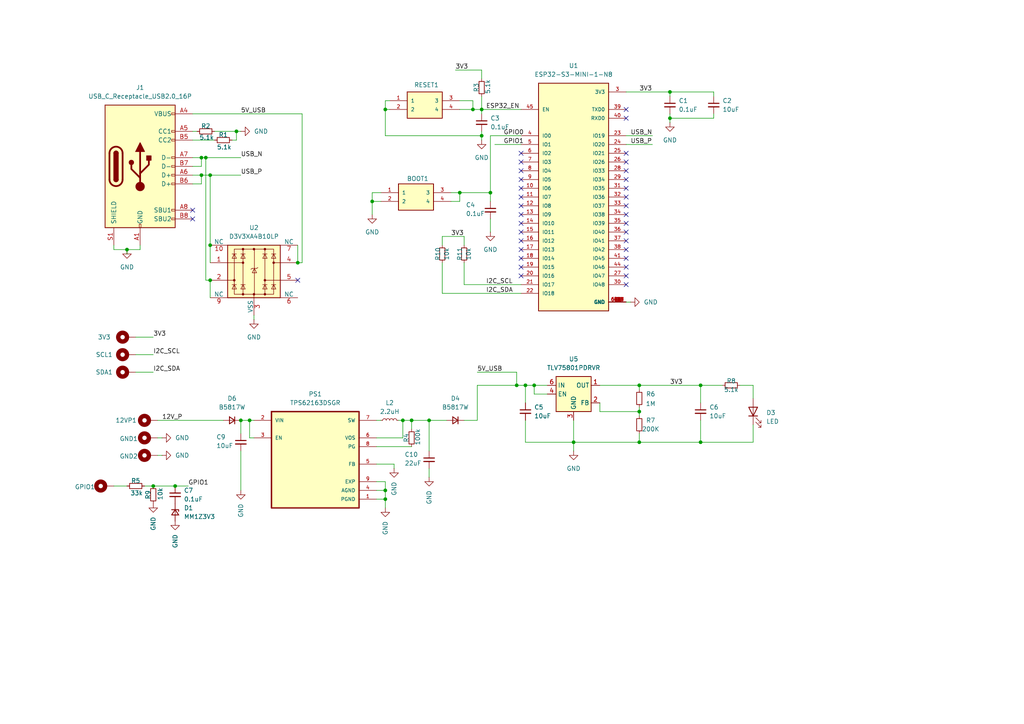
<source format=kicad_sch>
(kicad_sch (version 20231120) (generator "eeschema") (generator_version "8.0")
  (paper "A4")
  (lib_symbols
    (symbol "Connector:USB_C_Receptacle_USB2.0_16P" (pin_names (offset 1.016))
      (property "Reference" "J" (at 0 22.225 0))
      (property "Value" "USB_C_Receptacle_USB2.0_16P" (at 0 19.685 0))
      (symbol "USB_C_Receptacle_USB2.0_16P_1_1"
        (pin passive line (at 0 -22.86 90) (length 5.08) (name "GND") (number "A1"))
        (pin passive line (at 0 -22.86 90) (length 5.08) hide (name "GND") (number "A12"))
        (pin passive line (at 15.24 15.24 180) (length 5.08) (name "VBUS") (number "A4"))
        (pin bidirectional line (at 15.24 10.16 180) (length 5.08) (name "CC1") (number "A5"))
        (pin bidirectional line (at 15.24 -2.54 180) (length 5.08) (name "D+") (number "A6"))
        (pin bidirectional line (at 15.24 2.54 180) (length 5.08) (name "D-") (number "A7"))
        (pin bidirectional line (at 15.24 -12.7 180) (length 5.08) (name "SBU1") (number "A8"))
        (pin passive line (at 15.24 15.24 180) (length 5.08) hide (name "VBUS") (number "A9"))
        (pin passive line (at 0 -22.86 90) (length 5.08) hide (name "GND") (number "B1"))
        (pin passive line (at 0 -22.86 90) (length 5.08) hide (name "GND") (number "B12"))
        (pin passive line (at 15.24 15.24 180) (length 5.08) hide (name "VBUS") (number "B4"))
        (pin bidirectional line (at 15.24 7.62 180) (length 5.08) (name "CC2") (number "B5"))
        (pin bidirectional line (at 15.24 -5.08 180) (length 5.08) (name "D+") (number "B6"))
        (pin bidirectional line (at 15.24 0 180) (length 5.08) (name "D-") (number "B7"))
        (pin bidirectional line (at 15.24 -15.24 180) (length 5.08) (name "SBU2") (number "B8"))
        (pin passive line (at 15.24 15.24 180) (length 5.08) hide (name "VBUS") (number "B9"))
        (pin passive line (at -7.62 -22.86 90) (length 5.08) (name "SHIELD") (number "S1"))
      )
    )
    (symbol "Device:C_Small" (pin_numbers hide) (pin_names (offset 0.254) hide)
      (property "Reference" "C" (at 0.254 1.778 0))
      (property "Value" "C_Small" (at 0.254 -2.032 0))
      (symbol "C_Small_1_1"
        (pin passive line (at 0 2.54 270) (length 2.032) (name "~") (number "1"))
        (pin passive line (at 0 -2.54 90) (length 2.032) (name "~") (number "2"))
      )
    )
    (symbol "Device:D_Small" (pin_numbers hide) (pin_names (offset 0.254) hide)
      (property "Reference" "D" (at -1.27 2.032 0))
      (property "Value" "D_Small" (at -3.81 -2.032 0))
      (symbol "D_Small_1_1"
        (pin passive line (at -2.54 0 0) (length 1.778) (name "K") (number "1"))
        (pin passive line (at 2.54 0 180) (length 1.778) (name "A") (number "2"))
      )
    )
    (symbol "Device:D_Zener_Small" (pin_numbers hide) (pin_names (offset 0.254) hide)
      (property "Reference" "D" (at 0 2.286 0))
      (property "Value" "D_Zener_Small" (at 0 -2.286 0))
      (symbol "D_Zener_Small_1_1"
        (pin passive line (at -2.54 0 0) (length 1.778) (name "K") (number "1"))
        (pin passive line (at 2.54 0 180) (length 1.778) (name "A") (number "2"))
      )
    )
    (symbol "Device:LED" (pin_numbers hide) (pin_names (offset 1.016) hide)
      (property "Reference" "D" (at 0 2.54 0))
      (property "Value" "LED" (at 0 -2.54 0))
      (symbol "LED_1_1"
        (pin passive line (at -3.81 0 0) (length 2.54) (name "K") (number "1"))
        (pin passive line (at 3.81 0 180) (length 2.54) (name "A") (number "2"))
      )
    )
    (symbol "Device:L_Small" (pin_numbers hide) (pin_names (offset 0.254) hide)
      (property "Reference" "L" (at 0.762 1.016 0))
      (property "Value" "L_Small" (at 0.762 -1.016 0))
      (symbol "L_Small_1_1"
        (pin passive line (at 0 2.54 270) (length 0.508) (name "~") (number "1"))
        (pin passive line (at 0 -2.54 90) (length 0.508) (name "~") (number "2"))
      )
    )
    (symbol "Device:R_Small" (pin_numbers hide) (pin_names (offset 0.254) hide)
      (property "Reference" "R" (at 0.762 0.508 0))
      (property "Value" "R_Small" (at 0.762 -1.016 0))
      (symbol "R_Small_1_1"
        (pin passive line (at 0 2.54 270) (length 0.762) (name "~") (number "1"))
        (pin passive line (at 0 -2.54 90) (length 0.762) (name "~") (number "2"))
      )
    )
    (symbol "ESP32-S3-MINI-1-N8:ESP32-S3-MINI-1-N8" (pin_names (offset 1.016))
      (property "Reference" "U" (at -10.16 34.29 0))
      (property "Value" "ESP32-S3-MINI-1-N8" (at -10.16 -35.56 0))
      (symbol "ESP32-S3-MINI-1-N8_0_0"
        (pin power_in line (at 15.24 -30.48 180) (length 5.08) (name "GND") (number "1"))
        (pin bidirectional line (at -15.24 2.54 0) (length 5.08) (name "IO6") (number "10"))
        (pin bidirectional line (at -15.24 0 0) (length 5.08) (name "IO7") (number "11"))
        (pin bidirectional line (at -15.24 -2.54 0) (length 5.08) (name "IO8") (number "12"))
        (pin bidirectional line (at -15.24 -5.08 0) (length 5.08) (name "IO9") (number "13"))
        (pin bidirectional line (at -15.24 -7.62 0) (length 5.08) (name "IO10") (number "14"))
        (pin bidirectional line (at -15.24 -10.16 0) (length 5.08) (name "IO11") (number "15"))
        (pin bidirectional line (at -15.24 -12.7 0) (length 5.08) (name "IO12") (number "16"))
        (pin bidirectional line (at -15.24 -15.24 0) (length 5.08) (name "IO13") (number "17"))
        (pin bidirectional line (at -15.24 -17.78 0) (length 5.08) (name "IO14") (number "18"))
        (pin bidirectional line (at -15.24 -20.32 0) (length 5.08) (name "IO15") (number "19"))
        (pin power_in line (at 15.24 -30.48 180) (length 5.08) (name "GND") (number "2"))
        (pin bidirectional line (at -15.24 -22.86 0) (length 5.08) (name "IO16") (number "20"))
        (pin bidirectional line (at -15.24 -25.4 0) (length 5.08) (name "IO17") (number "21"))
        (pin bidirectional line (at -15.24 -27.94 0) (length 5.08) (name "IO18") (number "22"))
        (pin bidirectional line (at 15.24 17.78 180) (length 5.08) (name "IO19") (number "23"))
        (pin bidirectional line (at 15.24 15.24 180) (length 5.08) (name "IO20") (number "24"))
        (pin bidirectional line (at 15.24 12.7 180) (length 5.08) (name "IO21") (number "25"))
        (pin bidirectional line (at 15.24 10.16 180) (length 5.08) (name "IO26") (number "26"))
        (pin bidirectional line (at 15.24 -22.86 180) (length 5.08) (name "IO47") (number "27"))
        (pin bidirectional line (at 15.24 7.62 180) (length 5.08) (name "IO33") (number "28"))
        (pin bidirectional line (at 15.24 5.08 180) (length 5.08) (name "IO34") (number "29"))
        (pin power_in line (at 15.24 30.48 180) (length 5.08) (name "3V3") (number "3"))
        (pin bidirectional line (at 15.24 -25.4 180) (length 5.08) (name "IO48") (number "30"))
        (pin bidirectional line (at 15.24 2.54 180) (length 5.08) (name "IO35") (number "31"))
        (pin bidirectional line (at 15.24 0 180) (length 5.08) (name "IO36") (number "32"))
        (pin bidirectional line (at 15.24 -2.54 180) (length 5.08) (name "IO37") (number "33"))
        (pin bidirectional line (at 15.24 -5.08 180) (length 5.08) (name "IO38") (number "34"))
        (pin bidirectional line (at 15.24 -7.62 180) (length 5.08) (name "IO39") (number "35"))
        (pin bidirectional line (at 15.24 -10.16 180) (length 5.08) (name "IO40") (number "36"))
        (pin bidirectional line (at 15.24 -12.7 180) (length 5.08) (name "IO41") (number "37"))
        (pin bidirectional line (at 15.24 -15.24 180) (length 5.08) (name "IO42") (number "38"))
        (pin bidirectional line (at 15.24 25.4 180) (length 5.08) (name "TXD0") (number "39"))
        (pin bidirectional line (at -15.24 17.78 0) (length 5.08) (name "IO0") (number "4"))
        (pin bidirectional line (at 15.24 22.86 180) (length 5.08) (name "RXD0") (number "40"))
        (pin bidirectional line (at 15.24 -17.78 180) (length 5.08) (name "IO45") (number "41"))
        (pin power_in line (at 15.24 -30.48 180) (length 5.08) (name "GND") (number "42"))
        (pin power_in line (at 15.24 -30.48 180) (length 5.08) (name "GND") (number "43"))
        (pin bidirectional line (at 15.24 -20.32 180) (length 5.08) (name "IO46") (number "44"))
        (pin input line (at -15.24 25.4 0) (length 5.08) (name "EN") (number "45"))
        (pin power_in line (at 15.24 -30.48 180) (length 5.08) (name "GND") (number "46"))
        (pin power_in line (at 15.24 -30.48 180) (length 5.08) (name "GND") (number "47"))
        (pin power_in line (at 15.24 -30.48 180) (length 5.08) (name "GND") (number "48"))
        (pin power_in line (at 15.24 -30.48 180) (length 5.08) (name "GND") (number "49"))
        (pin bidirectional line (at -15.24 15.24 0) (length 5.08) (name "IO1") (number "5"))
        (pin power_in line (at 15.24 -30.48 180) (length 5.08) (name "GND") (number "50"))
        (pin power_in line (at 15.24 -30.48 180) (length 5.08) (name "GND") (number "51"))
        (pin power_in line (at 15.24 -30.48 180) (length 5.08) (name "GND") (number "52"))
        (pin power_in line (at 15.24 -30.48 180) (length 5.08) (name "GND") (number "53"))
        (pin power_in line (at 15.24 -30.48 180) (length 5.08) (name "GND") (number "54"))
        (pin power_in line (at 15.24 -30.48 180) (length 5.08) (name "GND") (number "55"))
        (pin power_in line (at 15.24 -30.48 180) (length 5.08) (name "GND") (number "56"))
        (pin power_in line (at 15.24 -30.48 180) (length 5.08) (name "GND") (number "57"))
        (pin power_in line (at 15.24 -30.48 180) (length 5.08) (name "GND") (number "58"))
        (pin power_in line (at 15.24 -30.48 180) (length 5.08) (name "GND") (number "59"))
        (pin bidirectional line (at -15.24 12.7 0) (length 5.08) (name "IO2") (number "6"))
        (pin power_in line (at 15.24 -30.48 180) (length 5.08) (name "GND") (number "60"))
        (pin power_in line (at 15.24 -30.48 180) (length 5.08) (name "GND") (number "61"))
        (pin power_in line (at 15.24 -30.48 180) (length 5.08) (name "GND") (number "61_1"))
        (pin power_in line (at 15.24 -30.48 180) (length 5.08) (name "GND") (number "61_2"))
        (pin power_in line (at 15.24 -30.48 180) (length 5.08) (name "GND") (number "61_3"))
        (pin power_in line (at 15.24 -30.48 180) (length 5.08) (name "GND") (number "61_4"))
        (pin power_in line (at 15.24 -30.48 180) (length 5.08) (name "GND") (number "61_5"))
        (pin power_in line (at 15.24 -30.48 180) (length 5.08) (name "GND") (number "61_6"))
        (pin power_in line (at 15.24 -30.48 180) (length 5.08) (name "GND") (number "61_7"))
        (pin power_in line (at 15.24 -30.48 180) (length 5.08) (name "GND") (number "61_8"))
        (pin power_in line (at 15.24 -30.48 180) (length 5.08) (name "GND") (number "62"))
        (pin power_in line (at 15.24 -30.48 180) (length 5.08) (name "GND") (number "63"))
        (pin power_in line (at 15.24 -30.48 180) (length 5.08) (name "GND") (number "64"))
        (pin power_in line (at 15.24 -30.48 180) (length 5.08) (name "GND") (number "65"))
        (pin bidirectional line (at -15.24 10.16 0) (length 5.08) (name "IO3") (number "7"))
        (pin bidirectional line (at -15.24 7.62 0) (length 5.08) (name "IO4") (number "8"))
        (pin bidirectional line (at -15.24 5.08 0) (length 5.08) (name "IO5") (number "9"))
      )
    )
    (symbol "Mechanical:MountingHole_Pad" (pin_numbers hide) (pin_names (offset 1.016) hide) (exclude_from_sim yes) (in_bom no)
      (property "Reference" "H" (at 0 6.35 0))
      (property "Value" "MountingHole_Pad" (at 0 4.445 0))
      (symbol "MountingHole_Pad_1_1"
        (pin input line (at 0 -2.54 90) (length 2.54) (name "1") (number "1"))
      )
    )
    (symbol "PTS810SJK250SMTRLFS:PTS810SJK250SMTRLFS" (pin_names (offset 1.016))
      (property "Reference" "S" (at 16.51 7.62 0))
      (property "Value" "PTS810SJK250SMTRLFS" (at 16.51 5.08 0))
      (symbol "PTS810SJK250SMTRLFS_0_0"
        (pin bidirectional line (at 0 0 0) (length 5.08) (name "1") (number "1"))
        (pin bidirectional line (at 0 -2.54 0) (length 5.08) (name "2") (number "2"))
        (pin bidirectional line (at 20.32 0 180) (length 5.08) (name "3") (number "3"))
        (pin bidirectional line (at 20.32 -2.54 180) (length 5.08) (name "4") (number "4"))
      )
    )
    (symbol "Power_Protection:D3V3XA4B10LP" (pin_names (offset 0))
      (property "Reference" "U" (at -0.635 8.89 0))
      (property "Value" "D3V3XA4B10LP" (at 8.89 -10.16 0))
      (symbol "D3V3XA4B10LP_1_1"
        (pin passive line (at -12.7 2.54 0) (length 5.08) (name "~") (number "1"))
        (pin free line (at -12.7 7.62 0) (length 5.08) (name "NC") (number "10"))
        (pin passive line (at -12.7 -2.54 0) (length 5.08) (name "~") (number "2"))
        (pin power_in line (at 0 -12.7 90) (length 5.08) (name "VSS") (number "3"))
        (pin passive line (at 12.7 2.54 180) (length 5.08) (name "~") (number "4"))
        (pin passive line (at 12.7 -2.54 180) (length 5.08) (name "~") (number "5"))
        (pin free line (at 12.7 -7.62 180) (length 5.08) (name "NC") (number "6"))
        (pin free line (at 12.7 7.62 180) (length 5.08) (name "NC") (number "7"))
        (pin passive line (at 0 -12.7 90) (length 5.08) hide (name "VSS") (number "8"))
        (pin free line (at -12.7 -7.62 0) (length 5.08) (name "NC") (number "9"))
      )
    )
    (symbol "Regulator_Linear:TLV75801PDRV"
      (property "Reference" "U" (at -3.81 6.35 0))
      (property "Value" "TLV75801PDRV" (at 0 6.35 0))
      (symbol "TLV75801PDRV_1_1"
        (pin power_out line (at 7.62 2.54 180) (length 2.54) (name "OUT") (number "1"))
        (pin input line (at 7.62 -2.54 180) (length 2.54) (name "FB") (number "2"))
        (pin power_in line (at 0 -7.62 90) (length 2.54) (name "GND") (number "3"))
        (pin input line (at -7.62 0 0) (length 2.54) (name "EN") (number "4"))
        (pin no_connect line (at 5.08 0 180) (length 2.54) hide (name "DNC") (number "5"))
        (pin power_in line (at -7.62 2.54 0) (length 2.54) (name "IN") (number "6"))
        (pin passive line (at 0 -7.62 90) (length 2.54) hide (name "GND") (number "7"))
      )
    )
    (symbol "TPS62163DSGR:TPS62163DSGR" (pin_names (offset 1.016))
      (property "Reference" "PS" (at -12.7 13.7 0))
      (property "Value" "TPS62163DSGR" (at -12.7 -17.78 0))
      (symbol "TPS62163DSGR_0_0"
        (pin power_in line (at 17.78 -12.7 180) (length 5.08) (name "PGND") (number "1"))
        (pin input line (at -17.78 10.16 0) (length 5.08) (name "VIN") (number "2"))
        (pin input line (at -17.78 5.08 0) (length 5.08) (name "EN") (number "3"))
        (pin power_in line (at 17.78 -10.16 180) (length 5.08) (name "AGND") (number "4"))
        (pin input line (at 17.78 -2.54 180) (length 5.08) (name "FB") (number "5"))
        (pin input line (at 17.78 5.08 180) (length 5.08) (name "VOS") (number "6"))
        (pin output line (at 17.78 10.16 180) (length 5.08) (name "SW") (number "7"))
        (pin output line (at 17.78 2.54 180) (length 5.08) (name "PG") (number "8"))
        (pin passive line (at 17.78 -7.62 180) (length 5.08) (name "EXP") (number "9"))
      )
    )
    (symbol "power:GND" (power) (pin_numbers hide) (pin_names (offset 0) hide)
      (property "Value" "GND" (at 0 -3.81 0))
      (symbol "GND_1_1"
        (pin power_in line (at 0 0 270) (length 0) (name "~") (number "1"))
      )
    )
  )
  (junction (at 86.36 76.2))
  (junction (at 194.31 26.67))
  (junction (at 72.39 121.92))
  (junction (at 107.95 58.42))
  (junction (at 185.42 119.38))
  (junction (at 58.42 45.72))
  (junction (at 185.42 111.76))
  (junction (at 44.45 140.97))
  (junction (at 139.7 31.75))
  (junction (at 194.31 34.29))
  (junction (at 59.69 45.72))
  (junction (at 142.24 55.88))
  (junction (at 119.38 121.92))
  (junction (at 111.76 31.75))
  (junction (at 139.7 39.37))
  (junction (at 133.35 55.88))
  (junction (at 124.46 121.92))
  (junction (at 36.83 72.39))
  (junction (at 203.2 111.76))
  (junction (at 69.85 121.92))
  (junction (at 185.42 128.27))
  (junction (at 149.86 111.76))
  (junction (at 111.76 144.78))
  (junction (at 166.37 128.27))
  (junction (at 137.16 31.75))
  (junction (at 152.4 111.76))
  (junction (at 203.2 128.27))
  (junction (at 50.8 140.97))
  (junction (at 116.84 121.92))
  (junction (at 58.42 50.8))
  (junction (at 68.58 38.1))
  (junction (at 154.94 111.76))
  (junction (at 60.96 71.12))
  (junction (at 60.96 81.28))
  (junction (at 111.76 142.24))
  (junction (at 60.96 50.8))
  (no_connect (at 151.13 44.45))
  (no_connect (at 181.61 59.69))
  (no_connect (at 181.61 67.31))
  (no_connect (at 181.61 57.15))
  (no_connect (at 55.88 60.96))
  (no_connect (at 151.13 54.61))
  (no_connect (at 151.13 62.23))
  (no_connect (at 181.61 31.75))
  (no_connect (at 151.13 57.15))
  (no_connect (at 181.61 62.23))
  (no_connect (at 151.13 52.07))
  (no_connect (at 181.61 69.85))
  (no_connect (at 181.61 49.53))
  (no_connect (at 181.61 34.29))
  (no_connect (at 151.13 64.77))
  (no_connect (at 181.61 46.99))
  (no_connect (at 151.13 69.85))
  (no_connect (at 151.13 67.31))
  (no_connect (at 181.61 82.55))
  (no_connect (at 55.88 63.5))
  (no_connect (at 181.61 80.01))
  (no_connect (at 181.61 54.61))
  (no_connect (at 151.13 59.69))
  (no_connect (at 151.13 80.01))
  (no_connect (at 181.61 44.45))
  (no_connect (at 181.61 77.47))
  (no_connect (at 181.61 72.39))
  (no_connect (at 151.13 49.53))
  (no_connect (at 181.61 74.93))
  (no_connect (at 181.61 52.07))
  (no_connect (at 86.36 81.28))
  (no_connect (at 151.13 77.47))
  (no_connect (at 151.13 74.93))
  (no_connect (at 181.61 64.77))
  (no_connect (at 151.13 46.99))
  (no_connect (at 151.13 72.39))
  (wire (pts (xy 55.88 50.8) (xy 58.42 50.8)))
  (wire (pts (xy 207.01 26.67) (xy 194.31 26.67)))
  (wire (pts (xy 138.43 121.92) (xy 138.43 111.76)))
  (wire (pts (xy 86.36 71.12) (xy 86.36 76.2)))
  (wire (pts (xy 45.72 121.92) (xy 64.77 121.92)))
  (wire (pts (xy 151.13 82.55) (xy 134.62 82.55)))
  (wire (pts (xy 55.88 53.34) (xy 58.42 53.34)))
  (wire (pts (xy 137.16 29.21) (xy 137.16 31.75)))
  (wire (pts (xy 130.81 55.88) (xy 133.35 55.88)))
  (wire (pts (xy 111.76 142.24) (xy 111.76 144.78)))
  (wire (pts (xy 73.66 92.71) (xy 73.66 91.44)))
  (wire (pts (xy 154.94 114.3) (xy 154.94 111.76)))
  (wire (pts (xy 109.22 129.54) (xy 119.38 129.54)))
  (wire (pts (xy 142.24 63.5) (xy 142.24 67.31)))
  (wire (pts (xy 133.35 31.75) (xy 137.16 31.75)))
  (wire (pts (xy 72.39 127) (xy 72.39 121.92)))
  (wire (pts (xy 185.42 118.11) (xy 185.42 119.38)))
  (wire (pts (xy 134.62 68.58) (xy 134.62 71.12)))
  (wire (pts (xy 139.7 22.86) (xy 139.7 20.32)))
  (wire (pts (xy 128.27 76.2) (xy 128.27 85.09)))
  (wire (pts (xy 109.22 127) (xy 116.84 127)))
  (wire (pts (xy 218.44 128.27) (xy 203.2 128.27)))
  (wire (pts (xy 194.31 34.29) (xy 194.31 33.02)))
  (wire (pts (xy 111.76 144.78) (xy 111.76 147.32)))
  (wire (pts (xy 218.44 111.76) (xy 218.44 115.57)))
  (wire (pts (xy 128.27 85.09) (xy 151.13 85.09)))
  (wire (pts (xy 116.84 127) (xy 116.84 121.92)))
  (wire (pts (xy 152.4 128.27) (xy 166.37 128.27)))
  (wire (pts (xy 60.96 81.28) (xy 60.96 86.36)))
  (wire (pts (xy 203.2 121.92) (xy 203.2 128.27)))
  (wire (pts (xy 185.42 125.73) (xy 185.42 128.27)))
  (wire (pts (xy 139.7 39.37) (xy 139.7 40.64)))
  (wire (pts (xy 166.37 121.92) (xy 166.37 128.27)))
  (wire (pts (xy 181.61 39.37) (xy 189.23 39.37)))
  (wire (pts (xy 109.22 121.92) (xy 110.49 121.92)))
  (wire (pts (xy 111.76 31.75) (xy 113.03 31.75)))
  (wire (pts (xy 114.3 134.62) (xy 114.3 135.89)))
  (wire (pts (xy 138.43 121.92) (xy 134.62 121.92)))
  (wire (pts (xy 149.86 111.76) (xy 152.4 111.76)))
  (wire (pts (xy 124.46 135.89) (xy 124.46 138.43)))
  (wire (pts (xy 152.4 121.92) (xy 152.4 128.27)))
  (wire (pts (xy 69.85 38.1) (xy 68.58 38.1)))
  (wire (pts (xy 58.42 45.72) (xy 58.42 48.26)))
  (wire (pts (xy 138.43 107.95) (xy 149.86 107.95)))
  (wire (pts (xy 203.2 128.27) (xy 185.42 128.27)))
  (wire (pts (xy 36.83 72.39) (xy 36.83 73.66)))
  (wire (pts (xy 207.01 34.29) (xy 207.01 33.02)))
  (wire (pts (xy 69.85 130.81) (xy 69.85 142.24)))
  (wire (pts (xy 133.35 58.42) (xy 130.81 58.42)))
  (wire (pts (xy 55.88 45.72) (xy 58.42 45.72)))
  (wire (pts (xy 109.22 144.78) (xy 111.76 144.78)))
  (wire (pts (xy 46.99 127) (xy 45.72 127)))
  (wire (pts (xy 60.96 81.28) (xy 59.69 81.28)))
  (wire (pts (xy 55.88 48.26) (xy 58.42 48.26)))
  (wire (pts (xy 62.23 38.1) (xy 68.58 38.1)))
  (wire (pts (xy 139.7 31.75) (xy 151.13 31.75)))
  (wire (pts (xy 59.69 81.28) (xy 59.69 45.72)))
  (wire (pts (xy 55.88 33.02) (xy 87.63 33.02)))
  (wire (pts (xy 166.37 128.27) (xy 166.37 130.81)))
  (wire (pts (xy 58.42 50.8) (xy 60.96 50.8)))
  (wire (pts (xy 39.37 102.87) (xy 44.45 102.87)))
  (wire (pts (xy 194.31 34.29) (xy 207.01 34.29)))
  (wire (pts (xy 109.22 142.24) (xy 111.76 142.24)))
  (wire (pts (xy 152.4 111.76) (xy 152.4 116.84)))
  (wire (pts (xy 87.63 33.02) (xy 87.63 76.2)))
  (wire (pts (xy 110.49 55.88) (xy 107.95 55.88)))
  (wire (pts (xy 185.42 113.03) (xy 185.42 111.76)))
  (wire (pts (xy 119.38 121.92) (xy 119.38 124.46)))
  (wire (pts (xy 139.7 33.02) (xy 139.7 31.75)))
  (wire (pts (xy 39.37 97.79) (xy 44.45 97.79)))
  (wire (pts (xy 60.96 71.12) (xy 60.96 50.8)))
  (wire (pts (xy 137.16 31.75) (xy 139.7 31.75)))
  (wire (pts (xy 154.94 111.76) (xy 158.75 111.76)))
  (wire (pts (xy 67.31 40.64) (xy 68.58 40.64)))
  (wire (pts (xy 58.42 45.72) (xy 59.69 45.72)))
  (wire (pts (xy 139.7 27.94) (xy 139.7 31.75)))
  (wire (pts (xy 142.24 39.37) (xy 151.13 39.37)))
  (wire (pts (xy 134.62 82.55) (xy 134.62 76.2)))
  (wire (pts (xy 33.02 71.12) (xy 33.02 72.39)))
  (wire (pts (xy 73.66 127) (xy 72.39 127)))
  (wire (pts (xy 128.27 68.58) (xy 134.62 68.58)))
  (wire (pts (xy 111.76 29.21) (xy 111.76 31.75)))
  (wire (pts (xy 142.24 55.88) (xy 133.35 55.88)))
  (wire (pts (xy 60.96 71.12) (xy 60.96 76.2)))
  (wire (pts (xy 132.08 20.32) (xy 139.7 20.32)))
  (wire (pts (xy 115.57 121.92) (xy 116.84 121.92)))
  (wire (pts (xy 207.01 26.67) (xy 207.01 27.94)))
  (wire (pts (xy 107.95 55.88) (xy 107.95 58.42)))
  (wire (pts (xy 181.61 41.91) (xy 189.23 41.91)))
  (wire (pts (xy 149.86 111.76) (xy 149.86 107.95)))
  (wire (pts (xy 60.96 50.8) (xy 69.85 50.8)))
  (wire (pts (xy 139.7 39.37) (xy 111.76 39.37)))
  (wire (pts (xy 124.46 121.92) (xy 129.54 121.92)))
  (wire (pts (xy 46.99 132.08) (xy 45.72 132.08)))
  (wire (pts (xy 194.31 34.29) (xy 194.31 35.56)))
  (wire (pts (xy 33.02 140.97) (xy 36.83 140.97)))
  (wire (pts (xy 109.22 139.7) (xy 111.76 139.7)))
  (wire (pts (xy 181.61 26.67) (xy 194.31 26.67)))
  (wire (pts (xy 203.2 111.76) (xy 203.2 116.84)))
  (wire (pts (xy 181.61 87.63) (xy 182.88 87.63)))
  (wire (pts (xy 55.88 38.1) (xy 57.15 38.1)))
  (wire (pts (xy 55.88 40.64) (xy 62.23 40.64)))
  (wire (pts (xy 203.2 111.76) (xy 209.55 111.76)))
  (wire (pts (xy 58.42 53.34) (xy 58.42 50.8)))
  (wire (pts (xy 173.99 119.38) (xy 185.42 119.38)))
  (wire (pts (xy 111.76 31.75) (xy 111.76 39.37)))
  (wire (pts (xy 173.99 116.84) (xy 173.99 119.38)))
  (wire (pts (xy 50.8 140.97) (xy 54.61 140.97)))
  (wire (pts (xy 111.76 139.7) (xy 111.76 142.24)))
  (wire (pts (xy 142.24 55.88) (xy 142.24 58.42)))
  (wire (pts (xy 194.31 27.94) (xy 194.31 26.67)))
  (wire (pts (xy 142.24 39.37) (xy 142.24 55.88)))
  (wire (pts (xy 152.4 111.76) (xy 154.94 111.76)))
  (wire (pts (xy 109.22 134.62) (xy 114.3 134.62)))
  (wire (pts (xy 185.42 111.76) (xy 203.2 111.76)))
  (wire (pts (xy 133.35 29.21) (xy 137.16 29.21)))
  (wire (pts (xy 138.43 111.76) (xy 149.86 111.76)))
  (wire (pts (xy 86.36 76.2) (xy 87.63 76.2)))
  (wire (pts (xy 68.58 40.64) (xy 68.58 38.1)))
  (wire (pts (xy 133.35 55.88) (xy 133.35 58.42)))
  (wire (pts (xy 41.91 140.97) (xy 44.45 140.97)))
  (wire (pts (xy 185.42 119.38) (xy 185.42 120.65)))
  (wire (pts (xy 40.64 72.39) (xy 36.83 72.39)))
  (wire (pts (xy 59.69 45.72) (xy 69.85 45.72)))
  (wire (pts (xy 33.02 72.39) (xy 36.83 72.39)))
  (wire (pts (xy 139.7 38.1) (xy 139.7 39.37)))
  (wire (pts (xy 39.37 107.95) (xy 44.45 107.95)))
  (wire (pts (xy 107.95 58.42) (xy 107.95 62.23)))
  (wire (pts (xy 119.38 121.92) (xy 124.46 121.92)))
  (wire (pts (xy 214.63 111.76) (xy 218.44 111.76)))
  (wire (pts (xy 124.46 121.92) (xy 124.46 130.81)))
  (wire (pts (xy 185.42 128.27) (xy 166.37 128.27)))
  (wire (pts (xy 173.99 111.76) (xy 185.42 111.76)))
  (wire (pts (xy 116.84 121.92) (xy 119.38 121.92)))
  (wire (pts (xy 111.76 29.21) (xy 113.03 29.21)))
  (wire (pts (xy 72.39 121.92) (xy 73.66 121.92)))
  (wire (pts (xy 40.64 71.12) (xy 40.64 72.39)))
  (wire (pts (xy 158.75 114.3) (xy 154.94 114.3)))
  (wire (pts (xy 69.85 121.92) (xy 69.85 125.73)))
  (wire (pts (xy 69.85 121.92) (xy 72.39 121.92)))
  (wire (pts (xy 44.45 140.97) (xy 50.8 140.97)))
  (wire (pts (xy 107.95 58.42) (xy 110.49 58.42)))
  (wire (pts (xy 128.27 71.12) (xy 128.27 68.58)))
  (wire (pts (xy 143.51 41.91) (xy 151.13 41.91)))
  (wire (pts (xy 218.44 123.19) (xy 218.44 128.27)))
  (label "3V3" (at 194.31 111.76 0))
  (label "5V_USB" (at 138.43 107.95 0))
  (label "I2C_SCL" (at 140.97 82.55 0))
  (label "GPIO1" (at 54.61 140.97 0))
  (label "ESP32_EN" (at 140.97 31.75 0))
  (label "3V3" (at 44.45 97.79 0))
  (label "I2C_SCL" (at 44.45 102.87 0))
  (label "3V3" (at 130.81 68.58 0))
  (label "USB_N" (at 69.85 45.72 0))
  (label "I2C_SDA" (at 140.97 85.09 0))
  (label "GPIO1" (at 146.05 41.91 0))
  (label "USB_P" (at 182.88 41.91 0))
  (label "I2C_SDA" (at 44.45 107.95 0))
  (label "12V_P" (at 46.99 121.92 0))
  (label "USB_N" (at 182.88 39.37 0))
  (label "3V3" (at 132.08 20.32 0))
  (label "5V_USB" (at 69.85 33.02 0))
  (label "3V3" (at 185.42 26.67 0))
  (label "GPIO0" (at 146.05 39.37 0))
  (label "USB_P" (at 69.85 50.8 0))
  (symbol (lib_id "Device:R_Small") (at 59.69 38.1 90) (unit 1)
    (property "Reference" "R2" (at 59.69 36.576 90))
    (property "Value" "5.1k" (at 59.944 39.878 90))
    (property "Footprint" "Resistor_SMD:R_0603_1608Metric" (effects (hide yes)))
    (property "Datasheet" "https://www.yageo.com/upload/media/product/products/datasheet/rchip/PYu-RC_Group_51_RoHS_L_12.pdf" (effects (hide yes)))
    (property "Description" "Resistor, small symbol" (effects (hide yes)))
    (property "MANUFACTURER" "YAGEO" (effects (hide yes)))
    (property "Part#" "RC0603FR-075K1L" (effects (hide yes)))
    (property "JLCPCB Part #" "C105580" (effects (hide yes)))
  )
  (symbol (lib_id "Device:D_Small") (at 132.08 121.92 180) (unit 1)
    (property "Reference" "D4" (at 132.08 115.57 0))
    (property "Value" "B5817W" (at 132.08 118.11 0))
    (property "Footprint" "Diode_SMD:D_SOD-123" (effects (hide yes)))
    (property "Datasheet" "https://www.panjit.com.tw/upload/datasheet/SS1030_SERIES.pdf" (effects (hide yes)))
    (property "Description" "Diode, small symbol" (effects (hide yes)))
    (property "Sim.Device" "D" (effects (hide yes)))
    (property "Sim.Pins" "1=K 2=A" (effects (hide yes)))
    (property "Part#" "B5817W" (effects (hide yes)))
    (property "MANUFACTURER" "hongjiacheng" (effects (hide yes)))
    (property "JLCPCB Part #" "C7420328" (effects (hide yes)))
  )
  (symbol (lib_id "Mechanical:MountingHole_Pad") (at 36.83 97.79 90) (unit 1) (exclude_from_sim yes) (in_bom no)
    (property "Reference" "3V3" (at 30.226 97.79 90))
    (property "Footprint" "TestPoint:TestPoint_THTPad_D1.0mm_Drill0.5mm" (effects (hide yes)))
    (property "Description" "Mounting Hole with connection" (effects (hide yes)))
  )
  (symbol (lib_id "Device:D_Zener_Small") (at 50.8 148.59 270) (unit 1)
    (property "Reference" "D1" (at 53.34 147.3199 90) (effects (justify left)))
    (property "Value" "MM1Z3V3" (at 53.34 149.8599 90) (effects (justify left)))
    (property "Footprint" "Diode_SMD:D_SOD-123" (effects (hide yes)))
    (property "Datasheet" "https://jlcpcb.com/api/file/downloadByFileSystemAccessId/8564879431715491840" (effects (hide yes)))
    (property "Description" "Zener diode, small symbol" (effects (hide yes)))
    (property "MANUFACTURER" "hongjiacheng" (effects (hide yes)))
    (property "Part#" "MM1Z3V3" (effects (hide yes)))
    (property "JLCPCB Part #" "C22379456" (effects (hide yes)))
  )
  (symbol (lib_id "power:GND") (at 50.8 151.13 0) (unit 1)
    (property "Reference" "#PWR012" (effects (hide yes)))
    (property "Value" "GND" (at 50.8001 154.94 90) (effects (justify right)))
    (property "Description" "Power symbol creates a global label with name \"GND\" , ground" (effects (hide yes)))
  )
  (symbol (lib_id "Mechanical:MountingHole_Pad") (at 30.48 140.97 90) (unit 1) (exclude_from_sim yes) (in_bom no)
    (property "Reference" "GPIO1" (at 24.638 141.224 90))
    (property "Footprint" "TestPoint:TestPoint_THTPad_D1.0mm_Drill0.5mm" (effects (hide yes)))
    (property "Description" "Mounting Hole with connection" (effects (hide yes)))
  )
  (symbol (lib_id "power:GND") (at 139.7 40.64 0) (unit 1)
    (property "Reference" "#PWR06" (effects (hide yes)))
    (property "Value" "GND" (at 139.7 45.72 0))
    (property "Description" "Power symbol creates a global label with name \"GND\" , ground" (effects (hide yes)))
  )
  (symbol (lib_id "Regulator_Linear:TLV75801PDRV") (at 166.37 114.3 0) (unit 1)
    (property "Reference" "U5" (at 166.37 104.14 0))
    (property "Value" "TLV75801PDRVR" (at 166.37 106.68 0))
    (property "Footprint" "Package_SON:WSON-6-1EP_2x2mm_P0.65mm_EP1x1.6mm" (effects (hide yes)))
    (property "Datasheet" "https://www.ti.com/lit/ds/symlink/tlv758p.pdf?ts=1698226070408&ref_url=https%253A%252F%252Fwww.ti.com%252Fproduct%252FTLV758P%252Fpart-details%252FTLV75801PDRVR" (effects (hide yes)))
    (property "Description" "500mA Low-Dropout Linear Regulator, Adjustable Output, WSON-6" (effects (hide yes)))
    (property "Part#" "TLV75801PDRVR" (effects (hide yes)))
    (property "MANUFACTURER" "Texas Instruments" (effects (hide yes)))
    (property "JLCPCB Part #" "C2876308" (effects (hide yes)))
  )
  (symbol (lib_id "power:GND") (at 69.85 38.1 90) (unit 1)
    (property "Reference" "#PWR01" (effects (hide yes)))
    (property "Value" "GND" (at 73.66 38.0999 90) (effects (justify right)))
    (property "Description" "Power symbol creates a global label with name \"GND\" , ground" (effects (hide yes)))
  )
  (symbol (lib_id "power:GND") (at 46.99 127 90) (unit 1)
    (property "Reference" "#PWR010" (effects (hide yes)))
    (property "Value" "GND" (at 50.8 126.9999 90) (effects (justify right)))
    (property "Description" "Power symbol creates a global label with name \"GND\" , ground" (effects (hide yes)))
  )
  (symbol (lib_id "Device:D_Small") (at 67.31 121.92 180) (unit 1)
    (property "Reference" "D6" (at 67.31 115.57 0))
    (property "Value" "B5817W" (at 67.31 118.11 0))
    (property "Footprint" "Diode_SMD:D_SOD-123" (effects (hide yes)))
    (property "Datasheet" "https://www.panjit.com.tw/upload/datasheet/SS1030_SERIES.pdf" (effects (hide yes)))
    (property "Description" "Diode, small symbol" (effects (hide yes)))
    (property "Sim.Device" "D" (effects (hide yes)))
    (property "Sim.Pins" "1=K 2=A" (effects (hide yes)))
    (property "Part#" "B5817W" (effects (hide yes)))
    (property "MANUFACTURER" "hongjiacheng" (effects (hide yes)))
    (property "JLCPCB Part #" "C7420328" (effects (hide yes)))
  )
  (symbol (lib_id "Device:C_Small") (at 50.8 143.51 0) (unit 1)
    (property "Reference" "C7" (at 53.34 142.2462 0) (effects (justify left)))
    (property "Value" "0.1uF" (at 53.34 144.7862 0) (effects (justify left)))
    (property "Footprint" "Capacitor_SMD:C_0603_1608Metric" (effects (hide yes)))
    (property "Datasheet" "https://www.yageo.com/upload/media/product/productsearch/datasheet/mlcc/UPY-GPHC_X7R_6.3V-to-250V_24.pdf" (effects (hide yes)))
    (property "Description" "Unpolarized capacitor, small symbol" (effects (hide yes)))
    (property "Part#" "CC0603KRX7R7BB104" (effects (hide yes)))
    (property "MANUFACTURER" "YAGEO" (effects (hide yes)))
    (property "JLCPCB Part #" "C108079" (effects (hide yes)))
  )
  (symbol (lib_id "Device:C_Small") (at 207.01 30.48 0) (unit 1)
    (property "Reference" "C2" (at 209.55 29.2162 0) (effects (justify left)))
    (property "Value" "10uF" (at 209.55 31.7562 0) (effects (justify left)))
    (property "Footprint" "Capacitor_SMD:C_0603_1608Metric" (effects (hide yes)))
    (property "Datasheet" "https://mm.digikey.com/Volume0/opasdata/d220001/medias/docus/609/CL10A106KQ8NNNC_Spec.pdf" (effects (hide yes)))
    (property "Description" "Unpolarized capacitor, small symbol" (effects (hide yes)))
    (property "Part#" "CL10A106KQ8NNNC" (effects (hide yes)))
    (property "MANUFACTURER" "Samsung Electro-Mechanics" (effects (hide yes)))
    (property "JLCPCB Part #" "C95839" (effects (hide yes)))
  )
  (symbol (lib_id "Power_Protection:D3V3XA4B10LP") (at 73.66 78.74 0) (unit 1)
    (property "Reference" "U2" (at 73.66 66.04 0))
    (property "Value" "D3V3XA4B10LP" (at 73.66 68.58 0))
    (property "Footprint" "Package_DFN_QFN:Diodes_UDFN-10_1.0x2.5mm_P0.5mm" (effects (hide yes)))
    (property "Datasheet" "https://www.diodes.com/assets/Datasheets/D3V3XA4B10LP.pdf" (effects (hide yes)))
    (property "Description" "4-Channel Low Capacitance TVS Diode Array, DFN-10" (effects (hide yes)))
    (property "Part#" "D3V3XA4B10LP-7" (effects (hide yes)))
    (property "MANUFACTURER" "Diodes Incorporated" (effects (hide yes)))
    (property "JLCPCB Part #" "C1980462" (effects (hide yes)))
  )
  (symbol (lib_id "power:GND") (at 142.24 67.31 0) (unit 1)
    (property "Reference" "#PWR08" (effects (hide yes)))
    (property "Value" "GND" (at 142.24 72.39 0))
    (property "Description" "Power symbol creates a global label with name \"GND\" , ground" (effects (hide yes)))
  )
  (symbol (lib_id "Device:R_Small") (at 39.37 140.97 90) (unit 1)
    (property "Reference" "R5" (at 39.37 139.446 90))
    (property "Value" "33k" (at 39.624 143.002 90))
    (property "Footprint" "Resistor_SMD:R_0603_1608Metric" (effects (hide yes)))
    (property "Datasheet" "https://www.yageo.com/upload/media/product/products/datasheet/rchip/PYu-RC_Group_51_RoHS_L_12.pdf" (effects (hide yes)))
    (property "Description" "Resistor, small symbol" (effects (hide yes)))
    (property "MANUFACTURER" "YAGEO" (effects (hide yes)))
    (property "Part#" "RC0603FR-0733KL" (effects (hide yes)))
    (property "JLCPCB Part #" "C126359" (effects (hide yes)))
  )
  (symbol (lib_id "Device:L_Small") (at 113.03 121.92 90) (unit 1)
    (property "Reference" "L2" (at 113.03 116.84 90))
    (property "Value" "2.2uH" (at 113.03 119.38 90))
    (property "Footprint" "CIGT201610LM2R2MNE:RES_CIGT201610_SAM" (effects (hide yes)))
    (property "Datasheet" "https://wmsc.lcsc.com/wmsc/upload/file/pdf/v2/lcsc/2304140030_INPAQ-WIP201610P-2R2ML_C315717.pdf" (effects (hide yes)))
    (property "Description" "Inductor, small symbol" (effects (hide yes)))
    (property "Part#" "WIP201610P-2R2ML" (effects (hide yes)))
    (property "MANUFACTURER" "INPAQ" (effects (hide yes)))
    (property "JLCPCB Part #" "C315717" (effects (hide yes)))
  )
  (symbol (lib_id "power:GND") (at 114.3 135.89 0) (unit 1)
    (property "Reference" "#PWR018" (effects (hide yes)))
    (property "Value" "GND" (at 114.3001 139.7 90) (effects (justify right)))
    (property "Description" "Power symbol creates a global label with name \"GND\" , ground" (effects (hide yes)))
  )
  (symbol (lib_id "power:GND") (at 182.88 87.63 90) (unit 1)
    (property "Reference" "#PWR05" (effects (hide yes)))
    (property "Value" "GND" (at 186.69 87.6299 90) (effects (justify right)))
    (property "Description" "Power symbol creates a global label with name \"GND\" , ground" (effects (hide yes)))
  )
  (symbol (lib_id "Device:C_Small") (at 139.7 35.56 0) (unit 1)
    (property "Reference" "C3" (at 142.24 34.2962 0) (effects (justify left)))
    (property "Value" "0.1uF" (at 142.24 36.8362 0) (effects (justify left)))
    (property "Footprint" "Capacitor_SMD:C_0603_1608Metric" (effects (hide yes)))
    (property "Datasheet" "https://www.yageo.com/upload/media/product/productsearch/datasheet/mlcc/UPY-GPHC_X7R_6.3V-to-250V_24.pdf" (effects (hide yes)))
    (property "Description" "Unpolarized capacitor, small symbol" (effects (hide yes)))
    (property "Part#" "CC0603KRX7R7BB104" (effects (hide yes)))
    (property "MANUFACTURER" "YAGEO" (effects (hide yes)))
    (property "JLCPCB Part #" "C108079" (effects (hide yes)))
  )
  (symbol (lib_id "power:GND") (at 46.99 132.08 90) (unit 1)
    (property "Reference" "#PWR014" (effects (hide yes)))
    (property "Value" "GND" (at 50.8 132.0799 90) (effects (justify right)))
    (property "Description" "Power symbol creates a global label with name \"GND\" , ground" (effects (hide yes)))
  )
  (symbol (lib_id "Device:C_Small") (at 194.31 30.48 0) (unit 1)
    (property "Reference" "C1" (at 196.85 29.2162 0) (effects (justify left)))
    (property "Value" "0.1uF" (at 196.85 31.7562 0) (effects (justify left)))
    (property "Footprint" "Capacitor_SMD:C_0603_1608Metric" (effects (hide yes)))
    (property "Datasheet" "https://www.yageo.com/upload/media/product/productsearch/datasheet/mlcc/UPY-GPHC_X7R_6.3V-to-250V_24.pdf" (effects (hide yes)))
    (property "Description" "Unpolarized capacitor, small symbol" (effects (hide yes)))
    (property "Part#" "CC0603KRX7R7BB104" (effects (hide yes)))
    (property "MANUFACTURER" "YAGEO" (effects (hide yes)))
    (property "JLCPCB Part #" "C108079" (effects (hide yes)))
  )
  (symbol (lib_id "PTS810SJK250SMTRLFS:PTS810SJK250SMTRLFS") (at 110.49 55.88 0) (unit 1)
    (property "Reference" "BOOT1" (at 121.158 51.816 0))
    (property "Value" "PTS810SJM250SMTRLFS" (effects (hide yes)))
    (property "Footprint" "PTS810SJK250SMTRLFS:PTS810SJG250SMTRLFS" (effects (hide yes)))
    (property "Datasheet" "https://www.lcsc.com/datasheet/lcsc_datasheet_2304140030_C-K-PTS810SJM250SMTRLFS_C116501.pdf" (effects (hide yes)))
    (property "MANUFACTURER_NAME" "C & K COMPONENTS" (effects (hide yes)))
    (property "MF" "Littelfuse" (effects (hide yes)))
    (property "RS_PRICE-STOCK" "http://uk.rs-online.com/web/p/products/1359396P" (effects (hide yes)))
    (property "DESCRIPTION" "IP40 Black Button Tactile Switch, SPST-NO 50 mA 3mm Surface Mount" (effects (hide yes)))
    (property "RS_PART_NUMBER" "1359396P" (effects (hide yes)))
    (property "Price" "None" (effects (hide yes)))
    (property "Package" "None" (effects (hide yes)))
    (property "Check_prices" "https://www.snapeda.com/parts/PTS810SJK250SMTR%20LFS/Littelfuse/view-part/?ref=eda" (effects (hide yes)))
    (property "HEIGHT" "mm" (effects (hide yes)))
    (property "SnapEDA_Link" "https://www.snapeda.com/parts/PTS810SJK250SMTR%20LFS/Littelfuse/view-part/?ref=snap" (effects (hide yes)))
    (property "MP" "PTS810SJK250SMTR LFS" (effects (hide yes)))
    (property "Description_1" "\n                        \n                            Tactile Switch, 0.05A, 16Vdc, Smd, 260Gf; Product Range:Pts810 Series; Actuator Orientation:Top Actuated; Switch Mounting:Surface Mount; Actuator Style:Oval Button; Actuating Force:260Gf; Contact Rating:50Ma At 16Vdc; Ip Rating:Ip40 Rohs Compliant: Yes |C&k Components PTS810 SJK 250 SMTR LFS\n                        \n" (effects (hide yes)))
    (property "Availability" "In Stock" (effects (hide yes)))
    (property "MANUFACTURER_PART_NUMBER" "PTS810SJK250SMTRLFS" (effects (hide yes)))
    (property "MANUFACTURER" "C&K" (effects (hide yes)))
    (property "Part#" "PTS810SJM250SMTRLFS" (effects (hide yes)))
    (property "JLCPCB Part #" "C116501" (effects (hide yes)))
  )
  (symbol (lib_id "power:GND") (at 107.95 62.23 0) (unit 1)
    (property "Reference" "#PWR07" (effects (hide yes)))
    (property "Value" "GND" (at 107.95 67.31 0))
    (property "Description" "Power symbol creates a global label with name \"GND\" , ground" (effects (hide yes)))
  )
  (symbol (lib_id "power:GND") (at 124.46 138.43 0) (unit 1)
    (property "Reference" "#PWR019" (effects (hide yes)))
    (property "Value" "GND" (at 124.4601 142.24 90) (effects (justify right)))
    (property "Description" "Power symbol creates a global label with name \"GND\" , ground" (effects (hide yes)))
  )
  (symbol (lib_id "Device:R_Small") (at 128.27 73.66 180) (unit 1)
    (property "Reference" "R10" (at 127 73.66 90))
    (property "Value" "10k" (at 129.54 73.66 90))
    (property "Footprint" "Resistor_SMD:R_0603_1608Metric" (effects (hide yes)))
    (property "Datasheet" "https://www.yageo.com/upload/media/product/products/datasheet/rchip/PYu-RC_Group_51_RoHS_L_12.pdf" (effects (hide yes)))
    (property "Description" "Resistor, small symbol" (effects (hide yes)))
    (property "MANUFACTURER" "YAGEO" (effects (hide yes)))
    (property "Part#" "RC0603FR-0710KL" (effects (hide yes)))
    (property "JLCPCB Part #" "C98220" (effects (hide yes)))
  )
  (symbol (lib_id "power:GND") (at 69.85 142.24 0) (unit 1)
    (property "Reference" "#PWR016" (effects (hide yes)))
    (property "Value" "GND" (at 69.8501 146.05 90) (effects (justify right)))
    (property "Description" "Power symbol creates a global label with name \"GND\" , ground" (effects (hide yes)))
  )
  (symbol (lib_id "power:GND") (at 194.31 35.56 0) (unit 1)
    (property "Reference" "#PWR02" (effects (hide yes)))
    (property "Value" "GND" (at 194.31 40.64 0))
    (property "Description" "Power symbol creates a global label with name \"GND\" , ground" (effects (hide yes)))
  )
  (symbol (lib_id "Device:R_Small") (at 212.09 111.76 90) (unit 1)
    (property "Reference" "R8" (at 212.09 110.49 90))
    (property "Value" "5.1k" (at 212.09 113.03 90))
    (property "Footprint" "Resistor_SMD:R_0603_1608Metric" (effects (hide yes)))
    (property "Datasheet" "https://www.yageo.com/upload/media/product/products/datasheet/rchip/PYu-RC_Group_51_RoHS_L_12.pdf" (effects (hide yes)))
    (property "Description" "Resistor, small symbol" (effects (hide yes)))
    (property "MANUFACTURER" "YAGEO" (effects (hide yes)))
    (property "Part#" "RC0603FR-075K1L" (effects (hide yes)))
    (property "JLCPCB Part #" "C105580" (effects (hide yes)))
  )
  (symbol (lib_id "Mechanical:MountingHole_Pad") (at 43.18 121.92 90) (unit 1) (exclude_from_sim yes) (in_bom no)
    (property "Reference" "12VP1" (at 36.576 121.92 90))
    (property "Footprint" "TestPoint:TestPoint_THTPad_D1.0mm_Drill0.5mm" (effects (hide yes)))
    (property "Description" "Mounting Hole with connection" (effects (hide yes)))
  )
  (symbol (lib_id "Device:C_Small") (at 152.4 119.38 0) (unit 1)
    (property "Reference" "C5" (at 154.94 118.1162 0) (effects (justify left)))
    (property "Value" "10uF" (at 154.94 120.6562 0) (effects (justify left)))
    (property "Footprint" "Capacitor_SMD:C_0603_1608Metric" (effects (hide yes)))
    (property "Datasheet" "https://mm.digikey.com/Volume0/opasdata/d220001/medias/docus/609/CL10A106KQ8NNNC_Spec.pdf" (effects (hide yes)))
    (property "Description" "Unpolarized capacitor, small symbol" (effects (hide yes)))
    (property "Part#" "CL10A106KQ8NNNC" (effects (hide yes)))
    (property "MANUFACTURER" "Samsung Electro-Mechanics" (effects (hide yes)))
    (property "JLCPCB Part #" "C95839" (effects (hide yes)))
  )
  (symbol (lib_id "power:GND") (at 111.76 147.32 0) (unit 1)
    (property "Reference" "#PWR013" (effects (hide yes)))
    (property "Value" "GND" (at 111.7601 151.13 90) (effects (justify right)))
    (property "Description" "Power symbol creates a global label with name \"GND\" , ground" (effects (hide yes)))
  )
  (symbol (lib_id "PTS810SJK250SMTRLFS:PTS810SJK250SMTRLFS") (at 113.03 29.21 0) (unit 1)
    (property "Reference" "RESET1" (at 123.698 24.638 0))
    (property "Value" "PTS810SJM250SMTRLFS" (effects (hide yes)))
    (property "Footprint" "PTS810SJK250SMTRLFS:PTS810SJG250SMTRLFS" (effects (hide yes)))
    (property "Datasheet" "https://www.lcsc.com/datasheet/lcsc_datasheet_2304140030_C-K-PTS810SJM250SMTRLFS_C116501.pdf" (effects (hide yes)))
    (property "MANUFACTURER_NAME" "C & K COMPONENTS" (effects (hide yes)))
    (property "MF" "Littelfuse" (effects (hide yes)))
    (property "RS_PRICE-STOCK" "http://uk.rs-online.com/web/p/products/1359396P" (effects (hide yes)))
    (property "DESCRIPTION" "IP40 Black Button Tactile Switch, SPST-NO 50 mA 3mm Surface Mount" (effects (hide yes)))
    (property "RS_PART_NUMBER" "1359396P" (effects (hide yes)))
    (property "Price" "None" (effects (hide yes)))
    (property "Package" "None" (effects (hide yes)))
    (property "Check_prices" "https://www.snapeda.com/parts/PTS810SJK250SMTR%20LFS/Littelfuse/view-part/?ref=eda" (effects (hide yes)))
    (property "HEIGHT" "mm" (effects (hide yes)))
    (property "SnapEDA_Link" "https://www.snapeda.com/parts/PTS810SJK250SMTR%20LFS/Littelfuse/view-part/?ref=snap" (effects (hide yes)))
    (property "MP" "PTS810SJK250SMTR LFS" (effects (hide yes)))
    (property "Description_1" "\n                        \n                            Tactile Switch, 0.05A, 16Vdc, Smd, 260Gf; Product Range:Pts810 Series; Actuator Orientation:Top Actuated; Switch Mounting:Surface Mount; Actuator Style:Oval Button; Actuating Force:260Gf; Contact Rating:50Ma At 16Vdc; Ip Rating:Ip40 Rohs Compliant: Yes |C&k Components PTS810 SJK 250 SMTR LFS\n                        \n" (effects (hide yes)))
    (property "Availability" "In Stock" (effects (hide yes)))
    (property "MANUFACTURER_PART_NUMBER" "PTS810SJK250SMTRLFS" (effects (hide yes)))
    (property "MANUFACTURER" "C&K" (effects (hide yes)))
    (property "Part#" "PTS810SJM250SMTRLFS" (effects (hide yes)))
    (property "JLCPCB Part #" "C116501" (effects (hide yes)))
  )
  (symbol (lib_id "Device:R_Small") (at 134.62 73.66 180) (unit 1)
    (property "Reference" "R11" (at 133.35 73.66 90))
    (property "Value" "10k" (at 135.89 73.66 90))
    (property "Footprint" "Resistor_SMD:R_0603_1608Metric" (effects (hide yes)))
    (property "Datasheet" "https://www.yageo.com/upload/media/product/products/datasheet/rchip/PYu-RC_Group_51_RoHS_L_12.pdf" (effects (hide yes)))
    (property "Description" "Resistor, small symbol" (effects (hide yes)))
    (property "MANUFACTURER" "YAGEO" (effects (hide yes)))
    (property "Part#" "RC0603FR-0710KL" (effects (hide yes)))
    (property "JLCPCB Part #" "C98220" (effects (hide yes)))
  )
  (symbol (lib_id "Device:R_Small") (at 185.42 115.57 180) (unit 1)
    (property "Reference" "R6" (at 188.722 114.3 0))
    (property "Value" "1M" (at 188.722 117.094 0))
    (property "Footprint" "Resistor_SMD:R_0603_1608Metric" (effects (hide yes)))
    (property "Datasheet" "https://www.yageo.com/upload/media/product/products/datasheet/rchip/PYu-RC_Group_51_RoHS_L_12.pdf" (effects (hide yes)))
    (property "Description" "Resistor, small symbol" (effects (hide yes)))
    (property "MANUFACTURER" "YAGEO" (effects (hide yes)))
    (property "Part#" "RC0603FR-071ML" (effects (hide yes)))
    (property "JLCPCB Part #" "C105578" (effects (hide yes)))
  )
  (symbol (lib_id "Device:LED") (at 218.44 119.38 90) (unit 1)
    (property "Reference" "D3" (at 222.25 119.6974 90) (effects (justify right)))
    (property "Value" "LED" (at 222.25 122.2374 90) (effects (justify right)))
    (property "Footprint" "LED_SMD:LED_0603_1608Metric" (effects (hide yes)))
    (property "Datasheet" "https://mm.digikey.com/Volume0/opasdata/d220001/medias/docus/3791/B19Y1NB-20C000113U1930.pdf" (effects (hide yes)))
    (property "Description" "Light emitting diode" (effects (hide yes)))
    (property "Part#" "HL-PST-1608H203BC" (effects (hide yes)))
    (property "MANUFACTURER" "HONGLITRONIC" (effects (hide yes)))
    (property "JLCPCB Part #" "C497940" (effects (hide yes)))
  )
  (symbol (lib_id "power:GND") (at 36.83 72.39 0) (unit 1)
    (property "Reference" "#PWR03" (effects (hide yes)))
    (property "Value" "GND" (at 36.83 77.47 0))
    (property "Description" "Power symbol creates a global label with name \"GND\" , ground" (effects (hide yes)))
  )
  (symbol (lib_id "Device:C_Small") (at 142.24 60.96 0) (unit 1)
    (property "Reference" "C4" (at 135.128 59.436 0) (effects (justify left)))
    (property "Value" "0.1uF" (at 135.128 61.976 0) (effects (justify left)))
    (property "Footprint" "Capacitor_SMD:C_0603_1608Metric" (effects (hide yes)))
    (property "Datasheet" "https://www.yageo.com/upload/media/product/productsearch/datasheet/mlcc/UPY-GPHC_X7R_6.3V-to-250V_24.pdf" (effects (hide yes)))
    (property "Description" "Unpolarized capacitor, small symbol" (effects (hide yes)))
    (property "Part#" "CC0603KRX7R7BB104" (effects (hide yes)))
    (property "MANUFACTURER" "YAGEO" (effects (hide yes)))
    (property "JLCPCB Part #" "C108079" (effects (hide yes)))
  )
  (symbol (lib_id "power:GND") (at 73.66 92.71 0) (unit 1)
    (property "Reference" "#PWR04" (effects (hide yes)))
    (property "Value" "GND" (at 73.66 97.79 0))
    (property "Description" "Power symbol creates a global label with name \"GND\" , ground" (effects (hide yes)))
  )
  (symbol (lib_id "Mechanical:MountingHole_Pad") (at 43.18 132.08 90) (unit 1) (exclude_from_sim yes) (in_bom no)
    (property "Reference" "GND2" (at 37.338 132.334 90))
    (property "Footprint" "TestPoint:TestPoint_THTPad_D1.0mm_Drill0.5mm" (effects (hide yes)))
    (property "Description" "Mounting Hole with connection" (effects (hide yes)))
  )
  (symbol (lib_id "Mechanical:MountingHole_Pad") (at 43.18 127 90) (unit 1) (exclude_from_sim yes) (in_bom no)
    (property "Reference" "GND1" (at 37.338 127.254 90))
    (property "Footprint" "TestPoint:TestPoint_THTPad_D1.0mm_Drill0.5mm" (effects (hide yes)))
    (property "Description" "Mounting Hole with connection" (effects (hide yes)))
  )
  (symbol (lib_id "Device:R_Small") (at 64.77 40.64 90) (unit 1)
    (property "Reference" "R1" (at 64.77 39.116 90))
    (property "Value" "5.1k" (at 65.024 42.672 90))
    (property "Footprint" "Resistor_SMD:R_0603_1608Metric" (effects (hide yes)))
    (property "Datasheet" "https://www.yageo.com/upload/media/product/products/datasheet/rchip/PYu-RC_Group_51_RoHS_L_12.pdf" (effects (hide yes)))
    (property "Description" "Resistor, small symbol" (effects (hide yes)))
    (property "MANUFACTURER" "YAGEO" (effects (hide yes)))
    (property "Part#" "RC0603FR-075K1L" (effects (hide yes)))
    (property "JLCPCB Part #" "C105580" (effects (hide yes)))
  )
  (symbol (lib_id "ESP32-S3-MINI-1-N8:ESP32-S3-MINI-1-N8") (at 166.37 57.15 0) (unit 1)
    (property "Reference" "U1" (at 166.37 19.05 0))
    (property "Value" "ESP32-S3-MINI-1-N8" (at 166.37 21.59 0))
    (property "Footprint" "ESP32_S3_MINI_1_N8:XCVR_ESP32-S3-MINI-1-N8" (effects (hide yes)))
    (property "Datasheet" "https://www.espressif.com/sites/default/files/documentation/esp32-s3-mini-1_mini-1u_datasheet_en.pdf" (effects (hide yes)))
    (property "MF" "Espressif Systems" (effects (hide yes)))
    (property "MAXIMUM_PACKAGE_HEIGHT" "2.55mm" (effects (hide yes)))
    (property "Package" "None" (effects (hide yes)))
    (property "Price" "None" (effects (hide yes)))
    (property "Check_prices" "https://www.snapeda.com/parts/ESP32-S3-MINI-1-N8/Espressif+Systems/view-part/?ref=eda" (effects (hide yes)))
    (property "STANDARD" "Manufacturer Recommendations" (effects (hide yes)))
    (property "PARTREV" "v0.6" (effects (hide yes)))
    (property "SnapEDA_Link" "https://www.snapeda.com/parts/ESP32-S3-MINI-1-N8/Espressif+Systems/view-part/?ref=snap" (effects (hide yes)))
    (property "MP" "ESP32-S3-MINI-1-N8" (effects (hide yes)))
    (property "Purchase-URL" "https://www.snapeda.com/api/url_track_click_mouser/?unipart_id=8941370&manufacturer=Espressif Systems&part_name=ESP32-S3-MINI-1-N8&search_term=None" (effects (hide yes)))
    (property "Description_1" "\nBluetooth, WiFi 802.11b/g/n, Bluetooth v5.0 Transceiver Module 2.4GHz PCB Trace Surface Mount\n" (effects (hide yes)))
    (property "Availability" "In Stock" (effects (hide yes)))
    (property "MANUFACTURER" "Espressif Systems" (effects (hide yes)))
    (property "Part#" "ESP32-S3-MINI-1-N8" (effects (hide yes)))
    (property "JLCPCB Part #" "C2913206" (effects (hide yes)))
  )
  (symbol (lib_id "Connector:USB_C_Receptacle_USB2.0_16P") (at 40.64 48.26 0) (unit 1)
    (property "Reference" "J1" (at 40.64 25.4 0))
    (property "Value" "USB_C_Receptacle_USB2.0_16P" (at 40.64 27.94 0))
    (property "Footprint" "Connector_USB:USB_C_Receptacle_GCT_USB4105-xx-A_16P_TopMnt_Horizontal" (effects (hide yes)))
    (property "Datasheet" "https://mm.digikey.com/Volume0/opasdata/d220001/medias/docus/5492/USB4105.pdf" (effects (hide yes)))
    (property "Description" "USB 2.0-only 16P Type-C Receptacle connector" (effects (hide yes)))
    (property "Part#" "GT-USB-7010ASV" (effects (hide yes)))
    (property "MANUFACTURER" "G-Switch" (effects (hide yes)))
    (property "JLCPCB Part #" "C2988369" (effects (hide yes)))
  )
  (symbol (lib_id "Device:C_Small") (at 69.85 128.27 0) (unit 1)
    (property "Reference" "C9" (at 62.738 126.746 0) (effects (justify left)))
    (property "Value" "10uF" (at 62.738 129.286 0) (effects (justify left)))
    (property "Footprint" "Capacitor_SMD:C_0603_1608Metric" (effects (hide yes)))
    (property "Datasheet" "https://mm.digikey.com/Volume0/opasdata/d220001/medias/docus/43/CL10X106MO8NRNC_Spec.pdf" (effects (hide yes)))
    (property "Description" "Unpolarized capacitor, small symbol" (effects (hide yes)))
    (property "Part#" "CL10X106MO8NRNC" (effects (hide yes)))
    (property "MANUFACTURER" "Samsung Electro-Mechanics" (effects (hide yes)))
    (property "JLCPCB Part #" "C3039688" (effects (hide yes)))
  )
  (symbol (lib_id "Device:C_Small") (at 124.46 133.35 0) (unit 1)
    (property "Reference" "C10" (at 117.348 131.826 0) (effects (justify left)))
    (property "Value" "22uF" (at 117.348 134.366 0) (effects (justify left)))
    (property "Footprint" "Capacitor_SMD:C_0603_1608Metric" (effects (hide yes)))
    (property "Datasheet" "https://mm.digikey.com/Volume0/opasdata/d220001/medias/docus/2901/CL10A226MP8NUNC_Spec.pdf" (effects (hide yes)))
    (property "Description" "Unpolarized capacitor, small symbol" (effects (hide yes)))
    (property "Part#" "CL10A226MP8NUNE" (effects (hide yes)))
    (property "MANUFACTURER" "Samsung Electro-Mechanics" (effects (hide yes)))
    (property "JLCPCB Part #" "C86295" (effects (hide yes)))
  )
  (symbol (lib_id "Device:C_Small") (at 203.2 119.38 0) (unit 1)
    (property "Reference" "C6" (at 205.74 118.1162 0) (effects (justify left)))
    (property "Value" "10uF" (at 205.74 120.6562 0) (effects (justify left)))
    (property "Footprint" "Capacitor_SMD:C_0603_1608Metric" (effects (hide yes)))
    (property "Datasheet" "https://mm.digikey.com/Volume0/opasdata/d220001/medias/docus/609/CL10A106KQ8NNNC_Spec.pdf" (effects (hide yes)))
    (property "Description" "Unpolarized capacitor, small symbol" (effects (hide yes)))
    (property "Part#" "CL10A106KQ8NNNC" (effects (hide yes)))
    (property "MANUFACTURER" "Samsung Electro-Mechanics" (effects (hide yes)))
    (property "JLCPCB Part #" "C95839" (effects (hide yes)))
  )
  (symbol (lib_id "TPS62163DSGR:TPS62163DSGR") (at 91.44 132.08 0) (unit 1)
    (property "Reference" "PS1" (at 91.44 114.3 0))
    (property "Value" "TPS62163DSGR" (at 91.44 116.84 0))
    (property "Footprint" "TPS62163DSGR-1:DSG0008A" (effects (hide yes)))
    (property "Datasheet" "https://www.ti.com/lit/ds/symlink/tps62160.pdf?HQS=dis-dk-null-digikeymode-dsf-pf-null-wwe&ts=1738002141220" (effects (hide yes)))
    (property "PARTREV" "E" (effects (hide yes)))
    (property "MANUFACTURER" "Texas Instruments" (effects (hide yes)))
    (property "MAXIMUM_PACKAGE_HEIGHT" "0.8mm" (effects (hide yes)))
    (property "STANDARD" "IPC-7351B" (effects (hide yes)))
    (property "JLCPCB Part #" "C97534" (effects (hide yes)))
    (property "Part#" "TPS62163DSGR" (effects (hide yes)))
  )
  (symbol (lib_id "Device:R_Small") (at 119.38 127 180) (unit 1)
    (property "Reference" "R4" (at 117.856 127 90))
    (property "Value" "100k" (at 121.158 126.746 90))
    (property "Footprint" "Resistor_SMD:R_0603_1608Metric" (effects (hide yes)))
    (property "Datasheet" "https://www.yageo.com/upload/media/product/products/datasheet/rchip/PYu-RC_Group_51_RoHS_L_12.pdf" (effects (hide yes)))
    (property "Description" "Resistor, small symbol" (effects (hide yes)))
    (property "MANUFACTURER" "YAGEO" (effects (hide yes)))
    (property "Part#" "RC0603FR-07100KL" (effects (hide yes)))
    (property "JLCPCB Part #" "C14675" (effects (hide yes)))
  )
  (symbol (lib_id "Device:R_Small") (at 44.45 143.51 180) (unit 1)
    (property "Reference" "R9" (at 42.926 143.51 90))
    (property "Value" "10k" (at 46.482 143.256 90))
    (property "Footprint" "Resistor_SMD:R_0603_1608Metric" (effects (hide yes)))
    (property "Datasheet" "https://www.yageo.com/upload/media/product/products/datasheet/rchip/PYu-RC_Group_51_RoHS_L_12.pdf" (effects (hide yes)))
    (property "Description" "Resistor, small symbol" (effects (hide yes)))
    (property "MANUFACTURER" "YAGEO" (effects (hide yes)))
    (property "Part#" "RC0603FR-0710KL" (effects (hide yes)))
    (property "JLCPCB Part #" "C98220" (effects (hide yes)))
  )
  (symbol (lib_id "power:GND") (at 44.45 146.05 0) (unit 1)
    (property "Reference" "#PWR011" (effects (hide yes)))
    (property "Value" "GND" (at 44.4501 149.86 90) (effects (justify right)))
    (property "Description" "Power symbol creates a global label with name \"GND\" , ground" (effects (hide yes)))
  )
  (symbol (lib_id "Mechanical:MountingHole_Pad") (at 36.83 102.87 90) (unit 1) (exclude_from_sim yes) (in_bom no)
    (property "Reference" "SCL1" (at 30.226 102.87 90))
    (property "Footprint" "TestPoint:TestPoint_THTPad_D1.0mm_Drill0.5mm" (effects (hide yes)))
    (property "Description" "Mounting Hole with connection" (effects (hide yes)))
  )
  (symbol (lib_id "Mechanical:MountingHole_Pad") (at 36.83 107.95 90) (unit 1) (exclude_from_sim yes) (in_bom no)
    (property "Reference" "SDA1" (at 30.226 107.95 90))
    (property "Footprint" "TestPoint:TestPoint_THTPad_D1.0mm_Drill0.5mm" (effects (hide yes)))
    (property "Description" "Mounting Hole with connection" (effects (hide yes)))
  )
  (symbol (lib_id "power:GND") (at 166.37 130.81 0) (unit 1)
    (property "Reference" "#PWR09" (effects (hide yes)))
    (property "Value" "GND" (at 166.37 135.89 0))
    (property "Description" "Power symbol creates a global label with name \"GND\" , ground" (effects (hide yes)))
  )
  (symbol (lib_id "Device:R_Small") (at 139.7 25.4 180) (unit 1)
    (property "Reference" "R3" (at 138.176 25.4 90))
    (property "Value" "5.1k" (at 141.478 25.146 90))
    (property "Footprint" "Resistor_SMD:R_0603_1608Metric" (effects (hide yes)))
    (property "Datasheet" "https://www.yageo.com/upload/media/product/products/datasheet/rchip/PYu-RC_Group_51_RoHS_L_12.pdf" (effects (hide yes)))
    (property "Description" "Resistor, small symbol" (effects (hide yes)))
    (property "MANUFACTURER" "YAGEO" (effects (hide yes)))
    (property "Part#" "RC0603FR-075K1L" (effects (hide yes)))
    (property "JLCPCB Part #" "C105580" (effects (hide yes)))
  )
  (symbol (lib_id "Device:R_Small") (at 185.42 123.19 180) (unit 1)
    (property "Reference" "R7" (at 188.722 121.92 0))
    (property "Value" "200K" (at 188.722 124.46 0))
    (property "Footprint" "Resistor_SMD:R_0603_1608Metric" (effects (hide yes)))
    (property "Datasheet" "https://www.yageo.com/upload/media/product/products/datasheet/rchip/PYu-RC_Group_51_RoHS_L_12.pdf" (effects (hide yes)))
    (property "Description" "Resistor, small symbol" (effects (hide yes)))
    (property "MANUFACTURER" "YAGEO" (effects (hide yes)))
    (property "Part#" "RC0603FR-07200KL" (effects (hide yes)))
    (property "JLCPCB Part #" "C105574" (effects (hide yes)))
  )
)
</source>
